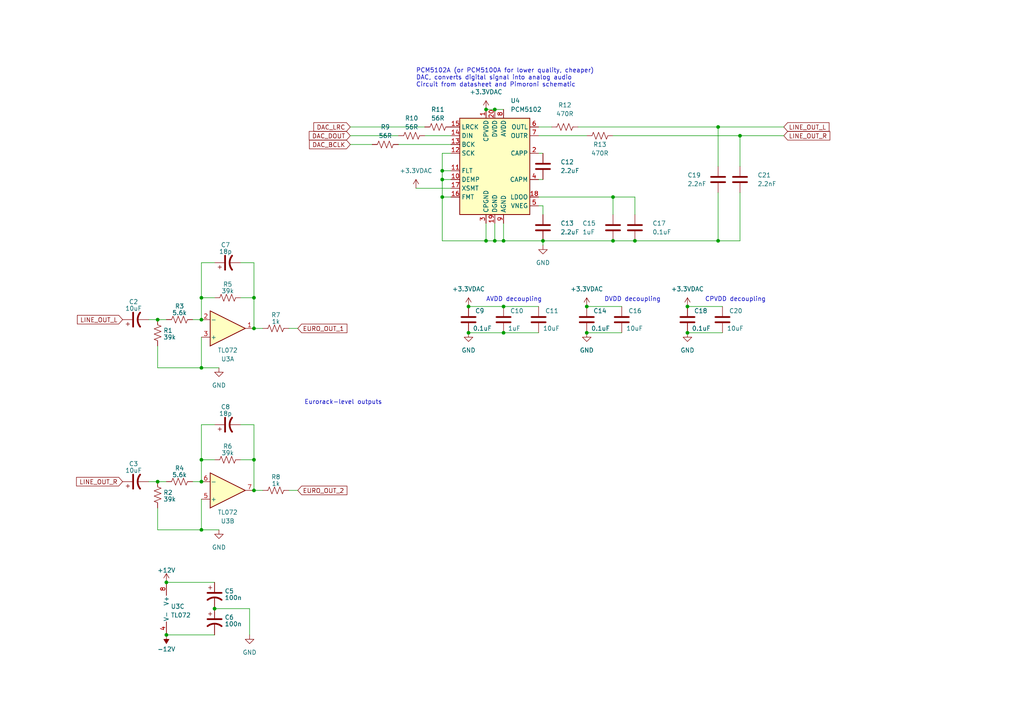
<source format=kicad_sch>
(kicad_sch (version 20230121) (generator eeschema)
  (paper "A4")
  (lib_symbols
    (symbol "Amplifier_Operational:TL072" (pin_names (offset 0.127))
      (property "Reference" "U" (at 0 5.08 0))
      (property "Value" "TL072" (at 0 -5.08 0))
      (symbol "TL072_1_1"
        (polyline (pts (xy -5.08 5.08) (xy 5.08 0) (xy -5.08 -5.08) (xy -5.08 5.08)) (stroke (width 0.254)) (fill (type background)))
        (pin output line (at 7.62 0 180) (length 2.54) (name "~") (number "1"))
        (pin input line (at -7.62 -2.54 0) (length 2.54) (name "-") (number "2"))
        (pin input line (at -7.62 2.54 0) (length 2.54) (name "+") (number "3"))
      )
      (symbol "TL072_2_1"
        (polyline (pts (xy -5.08 5.08) (xy 5.08 0) (xy -5.08 -5.08) (xy -5.08 5.08)) (stroke (width 0.254)) (fill (type background)))
        (pin input line (at -7.62 2.54 0) (length 2.54) (name "+") (number "5"))
        (pin input line (at -7.62 -2.54 0) (length 2.54) (name "-") (number "6"))
        (pin output line (at 7.62 0 180) (length 2.54) (name "~") (number "7"))
      )
      (symbol "TL072_3_1"
        (pin power_in line (at -2.54 -7.62 90) (length 3.81) (name "V-") (number "4"))
        (pin power_in line (at -2.54 7.62 270) (length 3.81) (name "V+") (number "8"))
      )
    )
    (symbol "Audio:PCM5102"
      (property "Reference" "U" (at -10.16 13.97 0))
      (property "Value" "PCM5102" (at 3.81 13.97 0))
      (symbol "PCM5102_0_1"
        (rectangle (start -10.16 12.7) (end 10.16 -15.24) (stroke (width 0.254)) (fill (type background)))
      )
      (symbol "PCM5102_1_1"
        (pin passive line (at -2.54 15.24 270) (length 2.54) (name "CPVDD") (number "1"))
        (pin input line (at -12.7 -5.08 0) (length 2.54) (name "DEMP") (number "10"))
        (pin input line (at -12.7 -2.54 0) (length 2.54) (name "FLT") (number "11"))
        (pin input line (at -12.7 2.54 0) (length 2.54) (name "SCK") (number "12"))
        (pin input line (at -12.7 5.08 0) (length 2.54) (name "BCK") (number "13"))
        (pin input line (at -12.7 7.62 0) (length 2.54) (name "DIN") (number "14"))
        (pin input line (at -12.7 10.16 0) (length 2.54) (name "LRCK") (number "15"))
        (pin input line (at -12.7 -10.16 0) (length 2.54) (name "FMT") (number "16"))
        (pin input line (at -12.7 -7.62 0) (length 2.54) (name "XSMT") (number "17"))
        (pin passive line (at 12.7 -10.16 180) (length 2.54) (name "LDOO") (number "18"))
        (pin power_in line (at 0 -17.78 90) (length 2.54) (name "DGND") (number "19"))
        (pin passive line (at 12.7 2.54 180) (length 2.54) (name "CAPP") (number "2"))
        (pin power_in line (at 0 15.24 270) (length 2.54) (name "DVDD") (number "20"))
        (pin power_in line (at -2.54 -17.78 90) (length 2.54) (name "CPGND") (number "3"))
        (pin passive line (at 12.7 -5.08 180) (length 2.54) (name "CAPM") (number "4"))
        (pin passive line (at 12.7 -12.7 180) (length 2.54) (name "VNEG") (number "5"))
        (pin output line (at 12.7 10.16 180) (length 2.54) (name "OUTL") (number "6"))
        (pin output line (at 12.7 7.62 180) (length 2.54) (name "OUTR") (number "7"))
        (pin power_in line (at 2.54 15.24 270) (length 2.54) (name "AVDD") (number "8"))
        (pin power_in line (at 2.54 -17.78 90) (length 2.54) (name "AGND") (number "9"))
      )
    )
    (symbol "Device:C" (pin_numbers hide) (pin_names (offset 0.254))
      (property "Reference" "C" (at 0.635 2.54 0))
      (property "Value" "C" (at 0.635 -2.54 0))
      (symbol "C_0_1"
        (polyline (pts (xy -2.032 -0.762) (xy 2.032 -0.762)) (stroke (width 0.508)))
        (polyline (pts (xy -2.032 0.762) (xy 2.032 0.762)) (stroke (width 0.508)))
      )
      (symbol "C_1_1"
        (pin passive line (at 0 3.81 270) (length 2.794) (name "~") (number "1"))
        (pin passive line (at 0 -3.81 90) (length 2.794) (name "~") (number "2"))
      )
    )
    (symbol "Device:C_Polarized_US" (pin_numbers hide) (pin_names (offset 0.254) hide)
      (property "Reference" "C" (at 0.635 2.54 0))
      (property "Value" "C_Polarized_US" (at 0.635 -2.54 0))
      (symbol "C_Polarized_US_0_1"
        (polyline (pts (xy -2.032 0.762) (xy 2.032 0.762)) (stroke (width 0.508)))
        (polyline (pts (xy -1.778 2.286) (xy -0.762 2.286)))
        (polyline (pts (xy -1.27 1.778) (xy -1.27 2.794)))
        (arc (start 2.032 -1.27) (mid 0 -0.5572) (end -2.032 -1.27) (stroke (width 0.508)))
      )
      (symbol "C_Polarized_US_1_1"
        (pin passive line (at 0 3.81 270) (length 2.794) (name "~") (number "1"))
        (pin passive line (at 0 -3.81 90) (length 3.302) (name "~") (number "2"))
      )
    )
    (symbol "Device:R_US" (pin_numbers hide) (pin_names (offset 0))
      (property "Reference" "R" (at 2.54 0 90))
      (property "Value" "R_US" (at -2.54 0 90))
      (symbol "R_US_0_1"
        (polyline (pts (xy 0 -2.286) (xy 0 -2.54)))
        (polyline (pts (xy 0 2.286) (xy 0 2.54)))
        (polyline (pts (xy 0 -0.762) (xy 1.016 -1.143) (xy 0 -1.524) (xy -1.016 -1.905) (xy 0 -2.286)))
        (polyline (pts (xy 0 0.762) (xy 1.016 0.381) (xy 0 0) (xy -1.016 -0.381) (xy 0 -0.762)))
        (polyline (pts (xy 0 2.286) (xy 1.016 1.905) (xy 0 1.524) (xy -1.016 1.143) (xy 0 0.762)))
      )
      (symbol "R_US_1_1"
        (pin passive line (at 0 3.81 270) (length 1.27) (name "~") (number "1"))
        (pin passive line (at 0 -3.81 90) (length 1.27) (name "~") (number "2"))
      )
    )
    (symbol "power:+12V" (power) (pin_names (offset 0))
      (property "Value" "+12V" (at 0 3.556 0))
      (symbol "+12V_0_1"
        (polyline (pts (xy -0.762 1.27) (xy 0 2.54)))
        (polyline (pts (xy 0 0) (xy 0 2.54)))
        (polyline (pts (xy 0 2.54) (xy 0.762 1.27)))
      )
      (symbol "+12V_1_1"
        (pin power_in line (at 0 0 90) (length 0) hide (name "+12V") (number "1"))
      )
    )
    (symbol "power:+3.3VDAC" (power) (pin_names (offset 0))
      (property "Value" "+3.3VDAC" (at 0 2.54 0))
      (symbol "+3.3VDAC_0_0"
        (pin power_in line (at 0 0 90) (length 0) hide (name "+3.3VDAC") (number "1"))
      )
      (symbol "+3.3VDAC_0_1"
        (polyline (pts (xy -0.762 1.27) (xy 0 2.54)))
        (polyline (pts (xy 0 0) (xy 0 2.54)))
        (polyline (pts (xy 0 2.54) (xy 0.762 1.27)))
      )
    )
    (symbol "power:-12V" (power) (pin_names (offset 0))
      (property "Value" "-12V" (at 0 3.81 0))
      (symbol "-12V_0_0"
        (pin power_in line (at 0 0 90) (length 0) hide (name "-12V") (number "1"))
      )
      (symbol "-12V_0_1"
        (polyline (pts (xy 0 0) (xy 0 1.27) (xy 0.762 1.27) (xy 0 2.54) (xy -0.762 1.27) (xy 0 1.27)) (fill (type outline)))
      )
    )
    (symbol "power:GND" (power) (pin_names (offset 0))
      (property "Value" "GND" (at 0 -3.81 0))
      (symbol "GND_0_1"
        (polyline (pts (xy 0 0) (xy 0 -1.27) (xy 1.27 -1.27) (xy 0 -2.54) (xy -1.27 -1.27) (xy 0 -1.27)))
      )
      (symbol "GND_1_1"
        (pin power_in line (at 0 0 270) (length 0) hide (name "GND") (number "1"))
      )
    )
  )
  (junction (at 146.05 88.9))
  (junction (at 208.28 69.85))
  (junction (at 140.97 31.75))
  (junction (at 208.28 36.83))
  (junction (at 135.89 96.52))
  (junction (at 73.66 142.24))
  (junction (at 199.39 88.9))
  (junction (at 135.89 88.9))
  (junction (at 73.66 86.36))
  (junction (at 128.27 49.53))
  (junction (at 128.27 52.07))
  (junction (at 170.18 96.52))
  (junction (at 170.18 88.9))
  (junction (at 128.27 57.15))
  (junction (at 177.8 57.15))
  (junction (at 58.42 106.68))
  (junction (at 214.63 39.37))
  (junction (at 140.97 69.85))
  (junction (at 48.26 168.91))
  (junction (at 199.39 96.52))
  (junction (at 184.15 69.85))
  (junction (at 146.05 69.85))
  (junction (at 58.42 133.35))
  (junction (at 58.42 139.7))
  (junction (at 157.48 69.85))
  (junction (at 73.66 95.25))
  (junction (at 177.8 69.85))
  (junction (at 45.72 139.7))
  (junction (at 58.42 86.36))
  (junction (at 58.42 92.71))
  (junction (at 143.51 69.85))
  (junction (at 62.23 176.53))
  (junction (at 45.72 92.71))
  (junction (at 48.26 184.15))
  (junction (at 58.42 153.67))
  (junction (at 143.51 31.75))
  (junction (at 73.66 133.35))
  (junction (at 146.05 96.52))
  (wire (pts (xy 177.8 57.15) (xy 184.15 57.15)))
  (wire (pts (xy 199.39 96.52) (xy 209.55 96.52)))
  (wire (pts (xy 58.42 133.35) (xy 58.42 123.19)))
  (wire (pts (xy 69.85 123.19) (xy 73.66 123.19)))
  (wire (pts (xy 58.42 97.79) (xy 58.42 106.68)))
  (wire (pts (xy 115.57 41.91) (xy 130.81 41.91)))
  (wire (pts (xy 45.72 153.67) (xy 58.42 153.67)))
  (wire (pts (xy 58.42 92.71) (xy 58.42 86.36)))
  (wire (pts (xy 73.66 142.24) (xy 76.2 142.24)))
  (wire (pts (xy 143.51 69.85) (xy 146.05 69.85)))
  (wire (pts (xy 170.18 96.52) (xy 180.34 96.52)))
  (wire (pts (xy 128.27 49.53) (xy 128.27 52.07)))
  (wire (pts (xy 73.66 95.25) (xy 76.2 95.25)))
  (wire (pts (xy 135.89 96.52) (xy 146.05 96.52)))
  (wire (pts (xy 199.39 88.9) (xy 209.55 88.9)))
  (wire (pts (xy 58.42 133.35) (xy 62.23 133.35)))
  (wire (pts (xy 214.63 39.37) (xy 227.33 39.37)))
  (wire (pts (xy 101.6 39.37) (xy 115.57 39.37)))
  (wire (pts (xy 157.48 69.85) (xy 157.48 71.12)))
  (wire (pts (xy 208.28 69.85) (xy 214.63 69.85)))
  (wire (pts (xy 156.21 36.83) (xy 160.02 36.83)))
  (wire (pts (xy 73.66 133.35) (xy 73.66 142.24)))
  (wire (pts (xy 184.15 69.85) (xy 208.28 69.85)))
  (wire (pts (xy 146.05 88.9) (xy 156.21 88.9)))
  (wire (pts (xy 128.27 69.85) (xy 140.97 69.85)))
  (wire (pts (xy 69.85 86.36) (xy 73.66 86.36)))
  (wire (pts (xy 58.42 144.78) (xy 58.42 153.67)))
  (wire (pts (xy 73.66 123.19) (xy 73.66 133.35)))
  (wire (pts (xy 45.72 92.71) (xy 48.26 92.71)))
  (wire (pts (xy 48.26 184.15) (xy 62.23 184.15)))
  (wire (pts (xy 45.72 106.68) (xy 58.42 106.68)))
  (wire (pts (xy 83.82 142.24) (xy 86.36 142.24)))
  (wire (pts (xy 156.21 52.07) (xy 157.48 52.07)))
  (wire (pts (xy 58.42 86.36) (xy 62.23 86.36)))
  (wire (pts (xy 58.42 123.19) (xy 62.23 123.19)))
  (wire (pts (xy 58.42 106.68) (xy 63.5 106.68)))
  (wire (pts (xy 73.66 86.36) (xy 73.66 95.25)))
  (wire (pts (xy 69.85 133.35) (xy 73.66 133.35)))
  (wire (pts (xy 72.39 176.53) (xy 72.39 184.15)))
  (wire (pts (xy 177.8 39.37) (xy 214.63 39.37)))
  (wire (pts (xy 167.64 36.83) (xy 208.28 36.83)))
  (wire (pts (xy 128.27 49.53) (xy 130.81 49.53)))
  (wire (pts (xy 128.27 52.07) (xy 128.27 57.15)))
  (wire (pts (xy 73.66 76.2) (xy 73.66 86.36)))
  (wire (pts (xy 143.51 64.77) (xy 143.51 69.85)))
  (wire (pts (xy 62.23 176.53) (xy 72.39 176.53)))
  (wire (pts (xy 101.6 36.83) (xy 123.19 36.83)))
  (wire (pts (xy 48.26 168.91) (xy 62.23 168.91)))
  (wire (pts (xy 208.28 36.83) (xy 227.33 36.83)))
  (wire (pts (xy 128.27 44.45) (xy 128.27 49.53)))
  (wire (pts (xy 170.18 88.9) (xy 180.34 88.9)))
  (wire (pts (xy 184.15 57.15) (xy 184.15 62.23)))
  (wire (pts (xy 140.97 64.77) (xy 140.97 69.85)))
  (wire (pts (xy 43.18 139.7) (xy 45.72 139.7)))
  (wire (pts (xy 143.51 31.75) (xy 146.05 31.75)))
  (wire (pts (xy 146.05 69.85) (xy 157.48 69.85)))
  (wire (pts (xy 156.21 44.45) (xy 157.48 44.45)))
  (wire (pts (xy 128.27 57.15) (xy 130.81 57.15)))
  (wire (pts (xy 208.28 55.88) (xy 208.28 69.85)))
  (wire (pts (xy 156.21 39.37) (xy 170.18 39.37)))
  (wire (pts (xy 120.65 54.61) (xy 130.81 54.61)))
  (wire (pts (xy 83.82 95.25) (xy 86.36 95.25)))
  (wire (pts (xy 140.97 69.85) (xy 143.51 69.85)))
  (wire (pts (xy 157.48 59.69) (xy 157.48 62.23)))
  (wire (pts (xy 128.27 52.07) (xy 130.81 52.07)))
  (wire (pts (xy 55.88 139.7) (xy 58.42 139.7)))
  (wire (pts (xy 156.21 59.69) (xy 157.48 59.69)))
  (wire (pts (xy 55.88 92.71) (xy 58.42 92.71)))
  (wire (pts (xy 156.21 57.15) (xy 177.8 57.15)))
  (wire (pts (xy 135.89 88.9) (xy 146.05 88.9)))
  (wire (pts (xy 208.28 36.83) (xy 208.28 48.26)))
  (wire (pts (xy 58.42 139.7) (xy 58.42 133.35)))
  (wire (pts (xy 130.81 44.45) (xy 128.27 44.45)))
  (wire (pts (xy 58.42 76.2) (xy 62.23 76.2)))
  (wire (pts (xy 128.27 57.15) (xy 128.27 69.85)))
  (wire (pts (xy 69.85 76.2) (xy 73.66 76.2)))
  (wire (pts (xy 58.42 153.67) (xy 63.5 153.67)))
  (wire (pts (xy 214.63 69.85) (xy 214.63 55.88)))
  (wire (pts (xy 140.97 31.75) (xy 143.51 31.75)))
  (wire (pts (xy 146.05 96.52) (xy 156.21 96.52)))
  (wire (pts (xy 214.63 39.37) (xy 214.63 48.26)))
  (wire (pts (xy 177.8 57.15) (xy 177.8 62.23)))
  (wire (pts (xy 146.05 64.77) (xy 146.05 69.85)))
  (wire (pts (xy 157.48 69.85) (xy 177.8 69.85)))
  (wire (pts (xy 58.42 86.36) (xy 58.42 76.2)))
  (wire (pts (xy 43.18 92.71) (xy 45.72 92.71)))
  (wire (pts (xy 177.8 69.85) (xy 184.15 69.85)))
  (wire (pts (xy 45.72 139.7) (xy 48.26 139.7)))
  (wire (pts (xy 45.72 147.32) (xy 45.72 153.67)))
  (wire (pts (xy 101.6 41.91) (xy 107.95 41.91)))
  (wire (pts (xy 45.72 100.33) (xy 45.72 106.68)))
  (wire (pts (xy 123.19 39.37) (xy 130.81 39.37)))
  (text "AVDD decoupling" (at 140.97 87.63 0) (effects (font (size 1.27 1.27)) (justify left bottom)))
  (text "PCM5102A (or PCM5100A for lower quality, cheaper)\nDAC, converts digital signal into analog audio\nCircuit from datasheet and Pimoroni schematic" (at 120.65 25.4 0) (effects (font (size 1.27 1.27)) (justify left bottom)))
  (text "CPVDD decoupling" (at 204.47 87.63 0) (effects (font (size 1.27 1.27)) (justify left bottom)))
  (text "DVDD decoupling" (at 175.26 87.63 0) (effects (font (size 1.27 1.27)) (justify left bottom)))
  (text "Eurorack-level outputs" (at 88.265 117.475 0) (effects (font (size 1.27 1.27)) (justify left bottom)))
  (global_label "LINE_OUT_L" (shape input) (at 227.33 36.83 0) (property "Intersheetrefs" "${INTERSHEET_REFS}" (effects hide)))
  (global_label "LINE_OUT_R" (shape input) (at 35.56 139.7 180) (property "Intersheetrefs" "${INTERSHEET_REFS}" (effects hide)))
  (global_label "DAC_DOUT" (shape input) (at 101.6 39.37 180) (property "Intersheetrefs" "${INTERSHEET_REFS}" (effects hide)))
  (global_label "DAC_BCLK" (shape input) (at 101.6 41.91 180) (property "Intersheetrefs" "${INTERSHEET_REFS}" (effects hide)))
  (global_label "DAC_LRC" (shape input) (at 101.6 36.83 180) (property "Intersheetrefs" "${INTERSHEET_REFS}" (effects hide)))
  (global_label "EURO_OUT_1" (shape input) (at 86.36 95.25 0) (property "Intersheetrefs" "${INTERSHEET_REFS}" (effects hide)))
  (global_label "LINE_OUT_L" (shape input) (at 35.56 92.71 180) (property "Intersheetrefs" "${INTERSHEET_REFS}" (effects hide)))
  (global_label "LINE_OUT_R" (shape input) (at 227.33 39.37 0) (property "Intersheetrefs" "${INTERSHEET_REFS}" (effects hide)))
  (global_label "EURO_OUT_2" (shape input) (at 86.36 142.24 0) (property "Intersheetrefs" "${INTERSHEET_REFS}" (effects hide)))
  (symbol (lib_id "Device:R_US") (at 45.72 143.51 0) (unit 1)
    (property "Reference" "R2" (at 47.371 142.8663 0) (effects (justify left)))
    (property "Value" "39k" (at 47.371 144.7873 0) (effects (justify left)))
    (property "Footprint" "Resistor_SMD:R_0603_1608Metric" (effects hide))
  )
  (symbol (lib_id "Device:C") (at 146.05 92.71 0) (unit 1)
    (property "Reference" "C10" (at 147.955 90.17 0) (effects (justify left)))
    (property "Value" "1uF" (at 147.32 95.25 0) (effects (justify left)))
    (property "Footprint" "Capacitor_SMD:C_0603_1608Metric" (effects hide))
  )
  (symbol (lib_id "Device:R_US") (at 52.07 139.7 90) (unit 1)
    (property "Reference" "R4" (at 52.07 135.8011 90))
    (property "Value" "5.6k" (at 52.07 137.7221 90))
    (property "Footprint" "Resistor_SMD:R_0603_1608Metric" (effects hide))
  )
  (symbol (lib_id "Device:C") (at 180.34 92.71 0) (unit 1)
    (property "Reference" "C16" (at 182.245 90.17 0) (effects (justify left)))
    (property "Value" "10uF" (at 181.61 95.25 0) (effects (justify left)))
    (property "Footprint" "Capacitor_SMD:C_0603_1608Metric" (effects hide))
  )
  (symbol (lib_id "Device:C_Polarized_US") (at 62.23 172.72 0) (unit 1)
    (property "Reference" "C5" (at 65.151 171.4413 0) (effects (justify left)))
    (property "Value" "100n" (at 65.151 173.3623 0) (effects (justify left)))
    (property "Footprint" "Capacitor_SMD:C_0603_1608Metric" (effects hide))
  )
  (symbol (lib_id "Audio:PCM5102") (at 143.51 46.99 0) (unit 1)
    (property "Reference" "U4" (at 148.0694 29.21 0) (effects (justify left)))
    (property "Value" "PCM5102" (at 148.0694 31.75 0) (effects (justify left)))
    (property "Footprint" "Package_SO:TSSOP-20_4.4x6.5mm_P0.65mm" (effects hide))
    (property "Datasheet" "http://www.ti.com/lit/ds/symlink/pcm5102.pdf" (effects hide))
  )
  (symbol (lib_id "Device:C") (at 177.8 66.04 0) (unit 1)
    (property "Reference" "C15" (at 168.91 64.77 0) (effects (justify left)))
    (property "Value" "1uF" (at 168.91 67.31 0) (effects (justify left)))
    (property "Footprint" "Capacitor_SMD:C_0603_1608Metric" (effects hide))
  )
  (symbol (lib_id "power:+12V") (at 48.26 168.91 0) (unit 1)
    (property "Reference" "#PWR014" (effects hide))
    (property "Value" "+12V" (at 48.26 165.4081 0))
  )
  (symbol (lib_id "Device:C") (at 156.21 92.71 0) (unit 1)
    (property "Reference" "C11" (at 158.115 90.17 0) (effects (justify left)))
    (property "Value" "10uF" (at 157.48 95.25 0) (effects (justify left)))
    (property "Footprint" "Capacitor_SMD:C_0603_1608Metric" (effects hide))
  )
  (symbol (lib_id "power:GND") (at 170.18 96.52 0) (unit 1)
    (property "Reference" "#PWR026" (effects hide))
    (property "Value" "GND" (at 170.18 101.6 0))
  )
  (symbol (lib_id "power:GND") (at 199.39 96.52 0) (unit 1)
    (property "Reference" "#PWR028" (effects hide))
    (property "Value" "GND" (at 199.39 101.6 0))
  )
  (symbol (lib_id "power:+3.3VDAC") (at 199.39 88.9 0) (unit 1)
    (property "Reference" "#PWR027" (effects hide))
    (property "Value" "+3.3VDAC" (at 199.39 83.82 0))
  )
  (symbol (lib_id "Device:C") (at 214.63 52.07 0) (unit 1)
    (property "Reference" "C21" (at 219.71 50.7999 0) (effects (justify left)))
    (property "Value" "2.2nF" (at 219.71 53.3399 0) (effects (justify left)))
    (property "Footprint" "Capacitor_SMD:C_0603_1608Metric" (effects hide))
  )
  (symbol (lib_id "Amplifier_Operational:TL072") (at 50.8 176.53 0) (unit 3)
    (property "Reference" "U3" (at 49.53 175.895 0) (effects (justify left)))
    (property "Value" "TL072" (at 49.53 178.435 0) (effects (justify left)))
    (property "Footprint" "Package_SO:SOIC-8_3.9x4.9mm_P1.27mm" (effects hide))
    (property "Datasheet" "http://www.ti.com/lit/ds/symlink/tl071.pdf" (effects hide))
  )
  (symbol (lib_id "Device:R_US") (at 80.01 95.25 90) (unit 1)
    (property "Reference" "R7" (at 80.01 91.3511 90))
    (property "Value" "1k" (at 80.01 93.2721 90))
    (property "Footprint" "Resistor_SMD:R_0603_1608Metric" (effects hide))
  )
  (symbol (lib_id "Device:C") (at 157.48 48.26 0) (unit 1)
    (property "Reference" "C12" (at 162.56 46.9899 0) (effects (justify left)))
    (property "Value" "2.2uF" (at 162.56 49.5299 0) (effects (justify left)))
    (property "Footprint" "Capacitor_SMD:C_0603_1608Metric" (effects hide))
  )
  (symbol (lib_id "Device:R_US") (at 52.07 92.71 90) (unit 1)
    (property "Reference" "R3" (at 52.07 88.8111 90))
    (property "Value" "5.6k" (at 52.07 90.7321 90))
    (property "Footprint" "Resistor_SMD:R_0603_1608Metric" (effects hide))
  )
  (symbol (lib_id "power:+3.3VDAC") (at 120.65 54.61 0) (unit 1)
    (property "Reference" "#PWR020" (effects hide))
    (property "Value" "+3.3VDAC" (at 120.65 49.53 0))
  )
  (symbol (lib_id "Device:C_Polarized_US") (at 39.37 139.7 90) (unit 1)
    (property "Reference" "C3" (at 38.735 134.5311 90))
    (property "Value" "10uF" (at 38.735 136.4521 90))
    (property "Footprint" "Capacitor_SMD:C_0603_1608Metric" (effects hide))
  )
  (symbol (lib_id "Device:C") (at 209.55 92.71 0) (unit 1)
    (property "Reference" "C20" (at 211.455 90.17 0) (effects (justify left)))
    (property "Value" "10uF" (at 210.82 95.25 0) (effects (justify left)))
    (property "Footprint" "Capacitor_SMD:C_0603_1608Metric" (effects hide))
  )
  (symbol (lib_id "Device:C") (at 199.39 92.71 0) (unit 1)
    (property "Reference" "C18" (at 201.295 90.17 0) (effects (justify left)))
    (property "Value" "0.1uF" (at 200.66 95.25 0) (effects (justify left)))
    (property "Footprint" "Capacitor_SMD:C_0603_1608Metric" (effects hide))
  )
  (symbol (lib_id "power:+3.3VDAC") (at 140.97 31.75 0) (unit 1)
    (property "Reference" "#PWR023" (effects hide))
    (property "Value" "+3.3VDAC" (at 140.97 26.67 0))
  )
  (symbol (lib_id "power:-12V") (at 48.26 184.15 180) (unit 1)
    (property "Reference" "#PWR015" (effects hide))
    (property "Value" "-12V" (at 48.26 188.2855 0))
  )
  (symbol (lib_id "Amplifier_Operational:TL072") (at 66.04 142.24 0) (mirror x) (unit 2)
    (property "Reference" "U3" (at 66.04 151.13 0))
    (property "Value" "TL072" (at 66.04 148.59 0))
    (property "Footprint" "Package_SO:SOIC-8_3.9x4.9mm_P1.27mm" (effects hide))
    (property "Datasheet" "http://www.ti.com/lit/ds/symlink/tl071.pdf" (effects hide))
  )
  (symbol (lib_id "Device:R_US") (at 80.01 142.24 90) (unit 1)
    (property "Reference" "R8" (at 80.01 138.3411 90))
    (property "Value" "1k" (at 80.01 140.2621 90))
    (property "Footprint" "Resistor_SMD:R_0603_1608Metric" (effects hide))
  )
  (symbol (lib_id "Device:R_US") (at 173.99 39.37 90) (unit 1)
    (property "Reference" "R13" (at 173.99 41.91 90))
    (property "Value" "470R" (at 173.99 44.45 90))
    (property "Footprint" "Resistor_SMD:R_0603_1608Metric" (effects hide))
  )
  (symbol (lib_id "power:GND") (at 72.39 184.15 0) (unit 1)
    (property "Reference" "#PWR019" (effects hide))
    (property "Value" "GND" (at 72.39 189.23 0))
  )
  (symbol (lib_id "Device:C_Polarized_US") (at 39.37 92.71 90) (unit 1)
    (property "Reference" "C2" (at 38.735 87.5411 90))
    (property "Value" "10uF" (at 38.735 89.4621 90))
    (property "Footprint" "Capacitor_SMD:C_0603_1608Metric" (effects hide))
  )
  (symbol (lib_id "power:GND") (at 63.5 106.68 0) (unit 1)
    (property "Reference" "#PWR017" (effects hide))
    (property "Value" "GND" (at 63.5 111.76 0))
  )
  (symbol (lib_id "Device:C_Polarized_US") (at 66.04 76.2 90) (unit 1)
    (property "Reference" "C7" (at 65.405 71.0311 90))
    (property "Value" "18p" (at 65.405 72.9521 90))
    (property "Footprint" "Capacitor_SMD:C_0603_1608Metric" (effects hide))
  )
  (symbol (lib_id "Device:C_Polarized_US") (at 62.23 180.34 0) (unit 1)
    (property "Reference" "C6" (at 65.151 179.0613 0) (effects (justify left)))
    (property "Value" "100n" (at 65.151 180.9823 0) (effects (justify left)))
    (property "Footprint" "Capacitor_SMD:C_0603_1608Metric" (effects hide))
  )
  (symbol (lib_id "power:+3.3VDAC") (at 135.89 88.9 0) (unit 1)
    (property "Reference" "#PWR021" (effects hide))
    (property "Value" "+3.3VDAC" (at 135.89 83.82 0))
  )
  (symbol (lib_id "Device:R_US") (at 163.83 36.83 90) (unit 1)
    (property "Reference" "R12" (at 163.83 30.48 90))
    (property "Value" "470R" (at 163.83 33.02 90))
    (property "Footprint" "Resistor_SMD:R_0603_1608Metric" (effects hide))
  )
  (symbol (lib_id "power:GND") (at 63.5 153.67 0) (unit 1)
    (property "Reference" "#PWR018" (effects hide))
    (property "Value" "GND" (at 63.5 158.75 0))
  )
  (symbol (lib_id "Device:R_US") (at 119.38 39.37 90) (unit 1)
    (property "Reference" "R10" (at 119.38 34.29 90))
    (property "Value" "56R" (at 119.38 36.83 90))
    (property "Footprint" "Resistor_SMD:R_0603_1608Metric" (effects hide))
  )
  (symbol (lib_id "Device:R_US") (at 66.04 133.35 90) (unit 1)
    (property "Reference" "R6" (at 66.04 129.4511 90))
    (property "Value" "39k" (at 66.04 131.3721 90))
    (property "Footprint" "Resistor_SMD:R_0603_1608Metric" (effects hide))
  )
  (symbol (lib_id "power:GND") (at 157.48 71.12 0) (unit 1)
    (property "Reference" "#PWR024" (effects hide))
    (property "Value" "GND" (at 157.48 76.2 0))
  )
  (symbol (lib_id "Device:C") (at 170.18 92.71 0) (unit 1)
    (property "Reference" "C14" (at 172.085 90.17 0) (effects (justify left)))
    (property "Value" "0.1uF" (at 171.45 95.25 0) (effects (justify left)))
    (property "Footprint" "Capacitor_SMD:C_0603_1608Metric" (effects hide))
  )
  (symbol (lib_id "Device:R_US") (at 127 36.83 90) (unit 1)
    (property "Reference" "R11" (at 127 31.75 90))
    (property "Value" "56R" (at 127 34.29 90))
    (property "Footprint" "Resistor_SMD:R_0603_1608Metric" (effects hide))
  )
  (symbol (lib_id "Device:C") (at 184.15 66.04 0) (unit 1)
    (property "Reference" "C17" (at 189.23 64.7699 0) (effects (justify left)))
    (property "Value" "0.1uF" (at 189.23 67.3099 0) (effects (justify left)))
    (property "Footprint" "Capacitor_SMD:C_0603_1608Metric" (effects hide))
  )
  (symbol (lib_id "Device:C") (at 208.28 52.07 0) (unit 1)
    (property "Reference" "C19" (at 199.39 50.8 0) (effects (justify left)))
    (property "Value" "2.2nF" (at 199.39 53.34 0) (effects (justify left)))
    (property "Footprint" "Capacitor_SMD:C_0603_1608Metric" (effects hide))
  )
  (symbol (lib_id "Device:R_US") (at 111.76 41.91 90) (unit 1)
    (property "Reference" "R9" (at 111.76 36.83 90))
    (property "Value" "56R" (at 111.76 39.37 90))
    (property "Footprint" "Resistor_SMD:R_0603_1608Metric" (effects hide))
  )
  (symbol (lib_id "Device:C") (at 157.48 66.04 0) (unit 1)
    (property "Reference" "C13" (at 162.56 64.7699 0) (effects (justify left)))
    (property "Value" "2.2uF" (at 162.56 67.3099 0) (effects (justify left)))
    (property "Footprint" "Capacitor_SMD:C_0603_1608Metric" (effects hide))
  )
  (symbol (lib_id "Device:C") (at 135.89 92.71 0) (unit 1)
    (property "Reference" "C9" (at 137.795 90.17 0) (effects (justify left)))
    (property "Value" "0.1uF" (at 137.16 95.25 0) (effects (justify left)))
    (property "Footprint" "Capacitor_SMD:C_0603_1608Metric" (effects hide))
  )
  (symbol (lib_id "Amplifier_Operational:TL072") (at 66.04 95.25 0) (mirror x) (unit 1)
    (property "Reference" "U3" (at 66.04 104.14 0))
    (property "Value" "TL072" (at 66.04 101.6 0))
    (property "Footprint" "Package_SO:SOIC-8_3.9x4.9mm_P1.27mm" (effects hide))
    (property "Datasheet" "http://www.ti.com/lit/ds/symlink/tl071.pdf" (effects hide))
  )
  (symbol (lib_id "power:GND") (at 135.89 96.52 0) (unit 1)
    (property "Reference" "#PWR022" (effects hide))
    (property "Value" "GND" (at 135.89 101.6 0))
  )
  (symbol (lib_id "Device:R_US") (at 66.04 86.36 90) (unit 1)
    (property "Reference" "R5" (at 66.04 82.4611 90))
    (property "Value" "39k" (at 66.04 84.3821 90))
    (property "Footprint" "Resistor_SMD:R_0603_1608Metric" (effects hide))
  )
  (symbol (lib_id "Device:R_US") (at 45.72 96.52 0) (unit 1)
    (property "Reference" "R1" (at 47.371 95.8763 0) (effects (justify left)))
    (property "Value" "39k" (at 47.371 97.7973 0) (effects (justify left)))
    (property "Footprint" "Resistor_SMD:R_0603_1608Metric" (effects hide))
  )
  (symbol (lib_id "Device:C_Polarized_US") (at 66.04 123.19 90) (unit 1)
    (property "Reference" "C8" (at 65.405 118.0211 90))
    (property "Value" "18p" (at 65.405 119.9421 90))
    (property "Footprint" "Capacitor_SMD:C_0603_1608Metric" (effects hide))
  )
  (symbol (lib_id "power:+3.3VDAC") (at 170.18 88.9 0) (unit 1)
    (property "Reference" "#PWR025" (effects hide))
    (property "Value" "+3.3VDAC" (at 170.18 83.82 0))
  )
)
</source>
